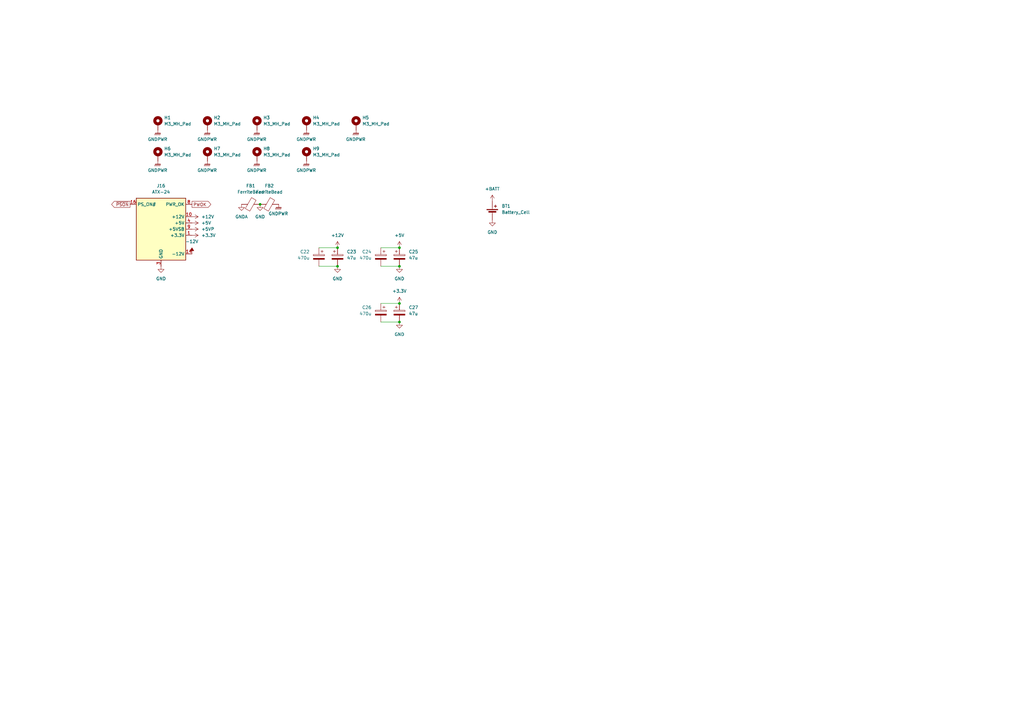
<source format=kicad_sch>
(kicad_sch (version 20230121) (generator eeschema)
  (paper "A3")
  (lib_symbols
    (symbol "Connector:ATX-24"
      (property "Reference" "J" (at -8.89 13.97 0))
      (property "Value" "ATX-24" (at 6.35 13.97 0))
      (symbol "ATX-24_0_1"
        (rectangle (start -10.16 12.7) (end 10.16 -12.7) (stroke (width 0.254)) (fill (type background)))
      )
      (symbol "ATX-24_1_1"
        (pin power_out line (at 12.7 -2.54 180) (length 2.54) (name "+3.3V") (number "1"))
        (pin power_out line (at 12.7 5.08 180) (length 2.54) (name "+12V") (number "10"))
        (pin passive line (at 12.7 5.08 180) (length 2.54) hide (name "+12V") (number "11"))
        (pin passive line (at 12.7 -2.54 180) (length 2.54) hide (name "+3.3V") (number "12"))
        (pin passive line (at 12.7 -2.54 180) (length 2.54) hide (name "+3.3V") (number "13"))
        (pin power_out line (at 12.7 -10.16 180) (length 2.54) (name "-12V") (number "14"))
        (pin passive line (at 0 -15.24 90) (length 2.54) hide (name "GND") (number "15"))
        (pin open_collector line (at -12.7 10.16 0) (length 2.54) (name "PS_ON#") (number "16"))
        (pin passive line (at 0 -15.24 90) (length 2.54) hide (name "GND") (number "17"))
        (pin passive line (at 0 -15.24 90) (length 2.54) hide (name "GND") (number "18"))
        (pin passive line (at 0 -15.24 90) (length 2.54) hide (name "GND") (number "19"))
        (pin passive line (at 12.7 -2.54 180) (length 2.54) hide (name "+3.3V") (number "2"))
        (pin no_connect line (at -10.16 0 0) (length 2.54) hide (name "NC") (number "20"))
        (pin passive line (at 12.7 2.54 180) (length 2.54) hide (name "+5V") (number "21"))
        (pin passive line (at 12.7 2.54 180) (length 2.54) hide (name "+5V") (number "22"))
        (pin passive line (at 12.7 2.54 180) (length 2.54) hide (name "+5V") (number "23"))
        (pin passive line (at 0 -15.24 90) (length 2.54) hide (name "GND") (number "24"))
        (pin power_out line (at 0 -15.24 90) (length 2.54) (name "GND") (number "3"))
        (pin power_out line (at 12.7 2.54 180) (length 2.54) (name "+5V") (number "4"))
        (pin passive line (at 0 -15.24 90) (length 2.54) hide (name "GND") (number "5"))
        (pin passive line (at 12.7 2.54 180) (length 2.54) hide (name "+5V") (number "6"))
        (pin passive line (at 0 -15.24 90) (length 2.54) hide (name "GND") (number "7"))
        (pin output line (at 12.7 10.16 180) (length 2.54) (name "PWR_OK") (number "8"))
        (pin power_out line (at 12.7 0 180) (length 2.54) (name "+5VSB") (number "9"))
      )
    )
    (symbol "Device:Battery_Cell" (pin_numbers hide) (pin_names (offset 0) hide)
      (property "Reference" "BT" (at 2.54 2.54 0))
      (property "Value" "Battery_Cell" (at 2.54 0 0))
      (symbol "Battery_Cell_0_1"
        (rectangle (start -2.286 1.778) (end 2.286 1.524) (fill (type outline)))
        (rectangle (start -1.524 1.016) (end 1.524 0.508) (fill (type outline)))
        (polyline (pts (xy 0 0.762) (xy 0 0)))
        (polyline (pts (xy 0 1.778) (xy 0 2.54)))
        (polyline (pts (xy 0.762 3.048) (xy 1.778 3.048)) (stroke (width 0.254)))
        (polyline (pts (xy 1.27 3.556) (xy 1.27 2.54)) (stroke (width 0.254)))
      )
      (symbol "Battery_Cell_1_1"
        (pin passive line (at 0 5.08 270) (length 2.54) (name "+") (number "1"))
        (pin passive line (at 0 -2.54 90) (length 2.54) (name "-") (number "2"))
      )
    )
    (symbol "Device:C_Polarized" (pin_numbers hide) (pin_names (offset 0.254))
      (property "Reference" "C" (at 0.635 2.54 0))
      (property "Value" "C_Polarized" (at 0.635 -2.54 0))
      (symbol "C_Polarized_0_1"
        (rectangle (start -2.286 0.508) (end 2.286 1.016))
        (polyline (pts (xy -1.778 2.286) (xy -0.762 2.286)))
        (polyline (pts (xy -1.27 2.794) (xy -1.27 1.778)))
        (rectangle (start 2.286 -0.508) (end -2.286 -1.016) (fill (type outline)))
      )
      (symbol "C_Polarized_1_1"
        (pin passive line (at 0 3.81 270) (length 2.794) (name "~") (number "1"))
        (pin passive line (at 0 -3.81 90) (length 2.794) (name "~") (number "2"))
      )
    )
    (symbol "Device:FerriteBead" (pin_numbers hide) (pin_names (offset 0))
      (property "Reference" "FB" (at -3.81 0.635 90))
      (property "Value" "FerriteBead" (at 3.81 0 90))
      (symbol "FerriteBead_0_1"
        (polyline (pts (xy 0 -1.27) (xy 0 -1.2192)))
        (polyline (pts (xy 0 1.27) (xy 0 1.2954)))
        (polyline (pts (xy -2.7686 0.4064) (xy -1.7018 2.2606) (xy 2.7686 -0.3048) (xy 1.6764 -2.159) (xy -2.7686 0.4064)))
      )
      (symbol "FerriteBead_1_1"
        (pin passive line (at 0 3.81 270) (length 2.54) (name "~") (number "1"))
        (pin passive line (at 0 -3.81 90) (length 2.54) (name "~") (number "2"))
      )
    )
    (symbol "Mechanical:MountingHole_Pad" (pin_numbers hide) (pin_names (offset 1.016) hide)
      (property "Reference" "H" (at 0 6.35 0))
      (property "Value" "MountingHole_Pad" (at 0 4.445 0))
      (symbol "MountingHole_Pad_0_1"
        (circle (center 0 1.27) (radius 1.27) (stroke (width 1.27)))
      )
      (symbol "MountingHole_Pad_1_1"
        (pin input line (at 0 -2.54 90) (length 2.54) (name "1") (number "1"))
      )
    )
    (symbol "power:+12V" (power) (pin_names (offset 0))
      (property "Value" "+12V" (at 0 3.556 0))
      (symbol "+12V_0_1"
        (polyline (pts (xy -0.762 1.27) (xy 0 2.54)))
        (polyline (pts (xy 0 0) (xy 0 2.54)))
        (polyline (pts (xy 0 2.54) (xy 0.762 1.27)))
      )
      (symbol "+12V_1_1"
        (pin power_in line (at 0 0 90) (length 0) hide (name "+12V") (number "1"))
      )
    )
    (symbol "power:+3.3V" (power) (pin_names (offset 0))
      (property "Value" "+3.3V" (at 0 3.556 0))
      (symbol "+3.3V_0_1"
        (polyline (pts (xy -0.762 1.27) (xy 0 2.54)))
        (polyline (pts (xy 0 0) (xy 0 2.54)))
        (polyline (pts (xy 0 2.54) (xy 0.762 1.27)))
      )
      (symbol "+3.3V_1_1"
        (pin power_in line (at 0 0 90) (length 0) hide (name "+3.3V") (number "1"))
      )
    )
    (symbol "power:+5V" (power) (pin_names (offset 0))
      (property "Value" "+5V" (at 0 3.556 0))
      (symbol "+5V_0_1"
        (polyline (pts (xy -0.762 1.27) (xy 0 2.54)))
        (polyline (pts (xy 0 0) (xy 0 2.54)))
        (polyline (pts (xy 0 2.54) (xy 0.762 1.27)))
      )
      (symbol "+5V_1_1"
        (pin power_in line (at 0 0 90) (length 0) hide (name "+5V") (number "1"))
      )
    )
    (symbol "power:+5VP" (power) (pin_names (offset 0))
      (property "Value" "+5VP" (at 0 3.556 0))
      (symbol "+5VP_0_1"
        (polyline (pts (xy -0.762 1.27) (xy 0 2.54)))
        (polyline (pts (xy 0 0) (xy 0 2.54)))
        (polyline (pts (xy 0 2.54) (xy 0.762 1.27)))
      )
      (symbol "+5VP_1_1"
        (pin power_in line (at 0 0 90) (length 0) hide (name "+5VP") (number "1"))
      )
    )
    (symbol "power:+BATT" (power) (pin_names (offset 0))
      (property "Value" "+BATT" (at 0 3.556 0))
      (symbol "+BATT_0_1"
        (polyline (pts (xy -0.762 1.27) (xy 0 2.54)))
        (polyline (pts (xy 0 0) (xy 0 2.54)))
        (polyline (pts (xy 0 2.54) (xy 0.762 1.27)))
      )
      (symbol "+BATT_1_1"
        (pin power_in line (at 0 0 90) (length 0) hide (name "+BATT") (number "1"))
      )
    )
    (symbol "power:-12V" (power) (pin_names (offset 0))
      (property "Value" "-12V" (at 0 3.81 0))
      (symbol "-12V_0_0"
        (pin power_in line (at 0 0 90) (length 0) hide (name "-12V") (number "1"))
      )
      (symbol "-12V_0_1"
        (polyline (pts (xy 0 0) (xy 0 1.27) (xy 0.762 1.27) (xy 0 2.54) (xy -0.762 1.27) (xy 0 1.27)) (fill (type outline)))
      )
    )
    (symbol "power:GND" (power) (pin_names (offset 0))
      (property "Value" "GND" (at 0 -3.81 0))
      (symbol "GND_0_1"
        (polyline (pts (xy 0 0) (xy 0 -1.27) (xy 1.27 -1.27) (xy 0 -2.54) (xy -1.27 -1.27) (xy 0 -1.27)))
      )
      (symbol "GND_1_1"
        (pin power_in line (at 0 0 270) (length 0) hide (name "GND") (number "1"))
      )
    )
    (symbol "power:GNDA" (power) (pin_names (offset 0))
      (property "Value" "GNDA" (at 0 -3.81 0))
      (symbol "GNDA_0_1"
        (polyline (pts (xy 0 0) (xy 0 -1.27) (xy 1.27 -1.27) (xy 0 -2.54) (xy -1.27 -1.27) (xy 0 -1.27)))
      )
      (symbol "GNDA_1_1"
        (pin power_in line (at 0 0 270) (length 0) hide (name "GNDA") (number "1"))
      )
    )
    (symbol "power:GNDPWR" (power) (pin_names (offset 0))
      (property "Value" "GNDPWR" (at 0 -3.302 0))
      (symbol "GNDPWR_0_1"
        (polyline (pts (xy 0 -1.27) (xy 0 0)))
        (polyline (pts (xy -1.016 -1.27) (xy -1.27 -2.032) (xy -1.27 -2.032)) (stroke (width 0.2032)))
        (polyline (pts (xy -0.508 -1.27) (xy -0.762 -2.032) (xy -0.762 -2.032)) (stroke (width 0.2032)))
        (polyline (pts (xy 0 -1.27) (xy -0.254 -2.032) (xy -0.254 -2.032)) (stroke (width 0.2032)))
        (polyline (pts (xy 0.508 -1.27) (xy 0.254 -2.032) (xy 0.254 -2.032)) (stroke (width 0.2032)))
        (polyline (pts (xy 1.016 -1.27) (xy -1.016 -1.27) (xy -1.016 -1.27)) (stroke (width 0.2032)))
        (polyline (pts (xy 1.016 -1.27) (xy 0.762 -2.032) (xy 0.762 -2.032) (xy 0.762 -2.032)) (stroke (width 0.2032)))
      )
      (symbol "GNDPWR_1_1"
        (pin power_in line (at 0 0 270) (length 0) hide (name "GNDPWR") (number "1"))
      )
    )
  )
  (junction (at 138.43 101.6))
  (junction (at 106.68 83.82))
  (junction (at 163.83 124.46))
  (junction (at 163.83 109.22))
  (junction (at 138.43 109.22))
  (junction (at 163.83 101.6))
  (junction (at 163.83 132.08))
  (wire (pts (xy 130.81 101.6) (xy 138.43 101.6)))
  (wire (pts (xy 156.21 124.46) (xy 163.83 124.46)))
  (wire (pts (xy 156.21 101.6) (xy 163.83 101.6)))
  (wire (pts (xy 156.21 109.22) (xy 163.83 109.22)))
  (wire (pts (xy 130.81 109.22) (xy 138.43 109.22)))
  (wire (pts (xy 156.21 132.08) (xy 163.83 132.08)))
  (global_label "PWOK" (shape output) (at 78.74 83.82 0) (property "Intersheetrefs" "${INTERSHEET_REFS}" (effects hide)))
  (global_label "~{PSON}" (shape output) (at 53.34 83.82 180) (property "Intersheetrefs" "${INTERSHEET_REFS}" (effects hide)))
  (symbol (lib_id "Mechanical:MountingHole_Pad") (at 146.05 50.8 0) (unit 1)
    (property "Reference" "H5" (at 148.59 48.26 0) (effects (justify left)))
    (property "Value" "M3_MH_Pad" (at 148.59 50.8 0) (effects (justify left)))
    (property "Footprint" "MountingHole:MountingHole_3.2mm_M3_Pad" (effects hide))
  )
  (symbol (lib_id "power:GNDPWR") (at 105.41 53.34 0) (unit 1)
    (property "Reference" "#PWR0101" (effects hide))
    (property "Value" "GNDPWR" (at 105.283 57.15 0))
    (instances (project "m68k-hbc" (path "" (reference "#PWR0101") (unit 1)) (path "" (reference "#PWR065") (unit 1))))
  )
  (symbol (lib_id "power:GND") (at 201.93 90.17 0) (unit 1)
    (property "Reference" "#PWR081" (effects hide))
    (property "Value" "GND" (at 201.93 95.25 0))
  )
  (symbol (lib_id "Connector:ATX-24") (at 66.04 93.98 0) (unit 1)
    (property "Reference" "J16" (at 66.04 76.2 0))
    (property "Value" "ATX-24" (at 66.04 78.74 0))
    (property "Footprint" "Connector_Molex:Molex_Mini-Fit_Jr_5566-24A_2x12_P4.20mm_Vertical" (effects hide))
    (property "Datasheet" "https://www.intel.com/content/dam/www/public/us/en/documents/guides/power-supply-design-guide-june.pdf#page=33" (effects hide))
    (instances (project "m68k-hbc" (path "" (reference "J16") (unit 1)) (path "" (reference "J9") (unit 1))))
  )
  (symbol (lib_id "Device:FerriteBead") (at 102.87 83.82 90) (unit 1)
    (property "Reference" "FB1" (at 102.8192 76.2 90))
    (property "Value" "FerriteBead" (at 102.8192 78.74 90))
    (property "Footprint" "Inductor_THT:L_Axial_L5.0mm_D3.6mm_P10.00mm_Horizontal_Murata_BL01RN1A2A2" (effects hide))
  )
  (symbol (lib_id "power:-12V") (at 78.74 104.14 0) (unit 1)
    (property "Reference" "#PWR0121" (effects hide))
    (property "Value" "-12V" (at 78.74 99.06 0))
    (instances (project "m68k-hbc" (path "" (reference "#PWR0121") (unit 1)) (path "" (reference "#PWR087") (unit 1))))
  )
  (symbol (lib_id "power:GND") (at 106.68 83.82 0) (unit 1)
    (property "Reference" "#PWR0113" (effects hide))
    (property "Value" "GND" (at 106.68 88.9 0))
    (instances (project "m68k-hbc" (path "" (reference "#PWR0113") (unit 1)) (path "" (reference "#PWR078") (unit 1))))
  )
  (symbol (lib_id "Mechanical:MountingHole_Pad") (at 105.41 50.8 0) (unit 1)
    (property "Reference" "H3" (at 107.95 48.26 0) (effects (justify left)))
    (property "Value" "M3_MH_Pad" (at 107.95 50.8 0) (effects (justify left)))
    (property "Footprint" "MountingHole:MountingHole_3.2mm_M3_Pad" (effects hide))
  )
  (symbol (lib_id "power:+5V") (at 163.83 101.6 0) (unit 1)
    (property "Reference" "#PWR0118" (effects hide))
    (property "Value" "+5V" (at 163.83 96.52 0))
    (instances (project "m68k-hbc" (path "" (reference "#PWR0118") (unit 1)) (path "" (reference "#PWR086") (unit 1))))
  )
  (symbol (lib_id "Device:C_Polarized") (at 163.83 128.27 0) (unit 1)
    (property "Reference" "C27" (at 167.64 126.111 0) (effects (justify left)))
    (property "Value" "47u" (at 167.64 128.651 0) (effects (justify left)))
    (property "Footprint" "Capacitor_THT:CP_Radial_D8.0mm_P3.50mm" (effects hide))
  )
  (symbol (lib_id "Device:C_Polarized") (at 130.81 105.41 0) (mirror y) (unit 1)
    (property "Reference" "C22" (at 127 103.251 0) (effects (justify left)))
    (property "Value" "470u" (at 127 105.791 0) (effects (justify left)))
    (property "Footprint" "Capacitor_THT:CP_Radial_D8.0mm_P3.50mm" (effects hide))
  )
  (symbol (lib_id "Mechanical:MountingHole_Pad") (at 85.09 63.5 0) (unit 1)
    (property "Reference" "H7" (at 87.63 60.96 0) (effects (justify left)))
    (property "Value" "M3_MH_Pad" (at 87.63 63.5 0) (effects (justify left)))
    (property "Footprint" "MountingHole:MountingHole_3.2mm_M3_Pad" (effects hide))
    (instances (project "m68k-hbc" (path "" (reference "H7") (unit 1)) (path "" (reference "H11") (unit 1))))
  )
  (symbol (lib_id "power:GNDPWR") (at 85.09 66.04 0) (unit 1)
    (property "Reference" "#PWR0106" (effects hide))
    (property "Value" "GNDPWR" (at 84.963 69.85 0))
    (instances (project "m68k-hbc" (path "" (reference "#PWR0106") (unit 1)) (path "" (reference "#PWR073") (unit 1))))
  )
  (symbol (lib_id "power:GNDPWR") (at 105.41 66.04 0) (unit 1)
    (property "Reference" "#PWR0107" (effects hide))
    (property "Value" "GNDPWR" (at 105.283 69.85 0))
    (instances (project "m68k-hbc" (path "" (reference "#PWR0107") (unit 1)) (path "" (reference "#PWR074") (unit 1))))
  )
  (symbol (lib_id "power:+BATT") (at 201.93 82.55 0) (unit 1)
    (property "Reference" "#PWR076" (effects hide))
    (property "Value" "+BATT" (at 201.93 77.47 0))
  )
  (symbol (lib_id "power:GND") (at 138.43 109.22 0) (unit 1)
    (property "Reference" "#PWR0113" (effects hide))
    (property "Value" "GND" (at 138.43 114.3 0))
    (instances (project "m68k-hbc" (path "" (reference "#PWR0113") (unit 1)) (path "" (reference "#PWR089") (unit 1))))
  )
  (symbol (lib_id "Mechanical:MountingHole_Pad") (at 105.41 63.5 0) (unit 1)
    (property "Reference" "H8" (at 107.95 60.96 0) (effects (justify left)))
    (property "Value" "M3_MH_Pad" (at 107.95 63.5 0) (effects (justify left)))
    (property "Footprint" "MountingHole:MountingHole_3.2mm_M3_Pad" (effects hide))
    (instances (project "m68k-hbc" (path "" (reference "H8") (unit 1)) (path "" (reference "H12") (unit 1))))
  )
  (symbol (lib_id "power:GND") (at 163.83 132.08 0) (unit 1)
    (property "Reference" "#PWR0113" (effects hide))
    (property "Value" "GND" (at 163.83 137.16 0))
    (instances (project "m68k-hbc" (path "" (reference "#PWR0113") (unit 1)) (path "" (reference "#PWR092") (unit 1))))
  )
  (symbol (lib_id "power:GND") (at 66.04 109.22 0) (unit 1)
    (property "Reference" "#PWR0124" (effects hide))
    (property "Value" "GND" (at 66.04 114.3 0))
    (instances (project "m68k-hbc" (path "" (reference "#PWR0124") (unit 1)) (path "" (reference "#PWR088") (unit 1))))
  )
  (symbol (lib_id "power:GNDPWR") (at 146.05 53.34 0) (unit 1)
    (property "Reference" "#PWR0103" (effects hide))
    (property "Value" "GNDPWR" (at 145.923 57.15 0))
    (instances (project "m68k-hbc" (path "" (reference "#PWR0103") (unit 1)) (path "" (reference "#PWR067") (unit 1))))
  )
  (symbol (lib_id "power:+5VP") (at 78.74 93.98 270) (unit 1)
    (property "Reference" "#PWR083" (effects hide))
    (property "Value" "+5VP" (at 82.55 93.98 90) (effects (justify left)))
  )
  (symbol (lib_id "power:GNDPWR") (at 125.73 53.34 0) (unit 1)
    (property "Reference" "#PWR0102" (effects hide))
    (property "Value" "GNDPWR" (at 125.603 57.15 0))
    (instances (project "m68k-hbc" (path "" (reference "#PWR0102") (unit 1)) (path "" (reference "#PWR066") (unit 1))))
  )
  (symbol (lib_id "power:+12V") (at 78.74 88.9 270) (unit 1)
    (property "Reference" "#PWR080" (effects hide))
    (property "Value" "+12V" (at 82.55 88.9 90) (effects (justify left)))
  )
  (symbol (lib_id "Device:C_Polarized") (at 138.43 105.41 0) (unit 1)
    (property "Reference" "C23" (at 142.24 103.251 0) (effects (justify left)))
    (property "Value" "47u" (at 142.24 105.791 0) (effects (justify left)))
    (property "Footprint" "Capacitor_THT:CP_Radial_D8.0mm_P3.50mm" (effects hide))
  )
  (symbol (lib_id "Mechanical:MountingHole_Pad") (at 125.73 50.8 0) (unit 1)
    (property "Reference" "H4" (at 128.27 48.26 0) (effects (justify left)))
    (property "Value" "M3_MH_Pad" (at 128.27 50.8 0) (effects (justify left)))
    (property "Footprint" "MountingHole:MountingHole_3.2mm_M3_Pad" (effects hide))
  )
  (symbol (lib_id "power:+3.3V") (at 163.83 124.46 0) (unit 1)
    (property "Reference" "#PWR0120" (effects hide))
    (property "Value" "+3.3V" (at 163.83 119.38 0))
    (instances (project "m68k-hbc" (path "" (reference "#PWR0120") (unit 1)) (path "" (reference "#PWR091") (unit 1))))
  )
  (symbol (lib_id "power:+5V") (at 78.74 91.44 270) (unit 1)
    (property "Reference" "#PWR082" (effects hide))
    (property "Value" "+5V" (at 82.55 91.44 90) (effects (justify left)))
  )
  (symbol (lib_id "Device:C_Polarized") (at 156.21 105.41 0) (mirror y) (unit 1)
    (property "Reference" "C24" (at 152.4 103.251 0) (effects (justify left)))
    (property "Value" "470u" (at 152.4 105.791 0) (effects (justify left)))
    (property "Footprint" "Capacitor_THT:CP_Radial_D8.0mm_P3.50mm" (effects hide))
  )
  (symbol (lib_id "Device:C_Polarized") (at 156.21 128.27 0) (mirror y) (unit 1)
    (property "Reference" "C26" (at 152.4 126.111 0) (effects (justify left)))
    (property "Value" "470u" (at 152.4 128.651 0) (effects (justify left)))
    (property "Footprint" "Capacitor_THT:CP_Radial_D8.0mm_P3.50mm" (effects hide))
  )
  (symbol (lib_id "power:+3.3V") (at 78.74 96.52 270) (unit 1)
    (property "Reference" "#PWR084" (effects hide))
    (property "Value" "+3.3V" (at 82.55 96.52 90) (effects (justify left)))
  )
  (symbol (lib_id "power:GNDPWR") (at 64.77 53.34 0) (unit 1)
    (property "Reference" "#PWR099" (effects hide))
    (property "Value" "GNDPWR" (at 64.643 57.15 0))
    (instances (project "m68k-hbc" (path "" (reference "#PWR099") (unit 1)) (path "" (reference "#PWR063") (unit 1))))
  )
  (symbol (lib_id "power:GNDPWR") (at 64.77 66.04 0) (unit 1)
    (property "Reference" "#PWR0105" (effects hide))
    (property "Value" "GNDPWR" (at 64.643 69.85 0))
    (instances (project "m68k-hbc" (path "" (reference "#PWR0105") (unit 1)) (path "" (reference "#PWR072") (unit 1))))
  )
  (symbol (lib_id "Device:C_Polarized") (at 163.83 105.41 0) (unit 1)
    (property "Reference" "C25" (at 167.64 103.251 0) (effects (justify left)))
    (property "Value" "47u" (at 167.64 105.791 0) (effects (justify left)))
    (property "Footprint" "Capacitor_THT:CP_Radial_D8.0mm_P3.50mm" (effects hide))
  )
  (symbol (lib_id "power:GNDPWR") (at 114.3 83.82 0) (unit 1)
    (property "Reference" "#PWR0114" (effects hide))
    (property "Value" "GNDPWR" (at 114.173 87.63 0))
    (instances (project "m68k-hbc" (path "" (reference "#PWR0114") (unit 1)) (path "" (reference "#PWR079") (unit 1))))
  )
  (symbol (lib_id "power:GND") (at 163.83 109.22 0) (unit 1)
    (property "Reference" "#PWR0113" (effects hide))
    (property "Value" "GND" (at 163.83 114.3 0))
    (instances (project "m68k-hbc" (path "" (reference "#PWR0113") (unit 1)) (path "" (reference "#PWR090") (unit 1))))
  )
  (symbol (lib_id "Mechanical:MountingHole_Pad") (at 64.77 50.8 0) (unit 1)
    (property "Reference" "H1" (at 67.31 48.26 0) (effects (justify left)))
    (property "Value" "M3_MH_Pad" (at 67.31 50.8 0) (effects (justify left)))
    (property "Footprint" "MountingHole:MountingHole_3.2mm_M3_Pad" (effects hide))
  )
  (symbol (lib_id "Device:Battery_Cell") (at 201.93 87.63 0) (unit 1)
    (property "Reference" "BT1" (at 205.74 84.5185 0) (effects (justify left)))
    (property "Value" "Battery_Cell" (at 205.74 87.0585 0) (effects (justify left)))
    (property "Footprint" "Battery:BatteryHolder_ComfortableElectronic_CH273-2450_1x2450" (effects hide))
  )
  (symbol (lib_id "power:GNDPWR") (at 85.09 53.34 0) (unit 1)
    (property "Reference" "#PWR0100" (effects hide))
    (property "Value" "GNDPWR" (at 84.963 57.15 0))
    (instances (project "m68k-hbc" (path "" (reference "#PWR0100") (unit 1)) (path "" (reference "#PWR064") (unit 1))))
  )
  (symbol (lib_id "Mechanical:MountingHole_Pad") (at 64.77 63.5 0) (unit 1)
    (property "Reference" "H6" (at 67.31 60.96 0) (effects (justify left)))
    (property "Value" "M3_MH_Pad" (at 67.31 63.5 0) (effects (justify left)))
    (property "Footprint" "MountingHole:MountingHole_3.2mm_M3_Pad" (effects hide))
    (instances (project "m68k-hbc" (path "" (reference "H6") (unit 1)) (path "" (reference "H10") (unit 1))))
  )
  (symbol (lib_id "power:GNDPWR") (at 125.73 66.04 0) (unit 1)
    (property "Reference" "#PWR0108" (effects hide))
    (property "Value" "GNDPWR" (at 125.603 69.85 0))
    (instances (project "m68k-hbc" (path "" (reference "#PWR0108") (unit 1)) (path "" (reference "#PWR075") (unit 1))))
  )
  (symbol (lib_id "power:+12V") (at 138.43 101.6 0) (unit 1)
    (property "Reference" "#PWR0117" (effects hide))
    (property "Value" "+12V" (at 138.43 96.52 0))
    (instances (project "m68k-hbc" (path "" (reference "#PWR0117") (unit 1)) (path "" (reference "#PWR085") (unit 1))))
  )
  (symbol (lib_id "Device:FerriteBead") (at 110.49 83.82 90) (unit 1)
    (property "Reference" "FB2" (at 110.4392 76.2 90))
    (property "Value" "FerriteBead" (at 110.4392 78.74 90))
    (property "Footprint" "Inductor_THT:L_Axial_L5.0mm_D3.6mm_P10.00mm_Horizontal_Murata_BL01RN1A2A2" (effects hide))
  )
  (symbol (lib_id "Mechanical:MountingHole_Pad") (at 125.73 63.5 0) (unit 1)
    (property "Reference" "H9" (at 128.27 60.96 0) (effects (justify left)))
    (property "Value" "M3_MH_Pad" (at 128.27 63.5 0) (effects (justify left)))
    (property "Footprint" "MountingHole:MountingHole_3.2mm_M3_Pad" (effects hide))
    (instances (project "m68k-hbc" (path "" (reference "H9") (unit 1)) (path "" (reference "H13") (unit 1))))
  )
  (symbol (lib_id "Mechanical:MountingHole_Pad") (at 85.09 50.8 0) (unit 1)
    (property "Reference" "H2" (at 87.63 48.26 0) (effects (justify left)))
    (property "Value" "M3_MH_Pad" (at 87.63 50.8 0) (effects (justify left)))
    (property "Footprint" "MountingHole:MountingHole_3.2mm_M3_Pad" (effects hide))
  )
  (symbol (lib_id "power:GNDA") (at 99.06 83.82 0) (unit 1)
    (property "Reference" "#PWR0115" (effects hide))
    (property "Value" "GNDA" (at 99.06 88.9 0))
    (instances (project "m68k-hbc" (path "" (reference "#PWR0115") (unit 1)) (path "" (reference "#PWR077") (unit 1))))
  )
)
</source>
